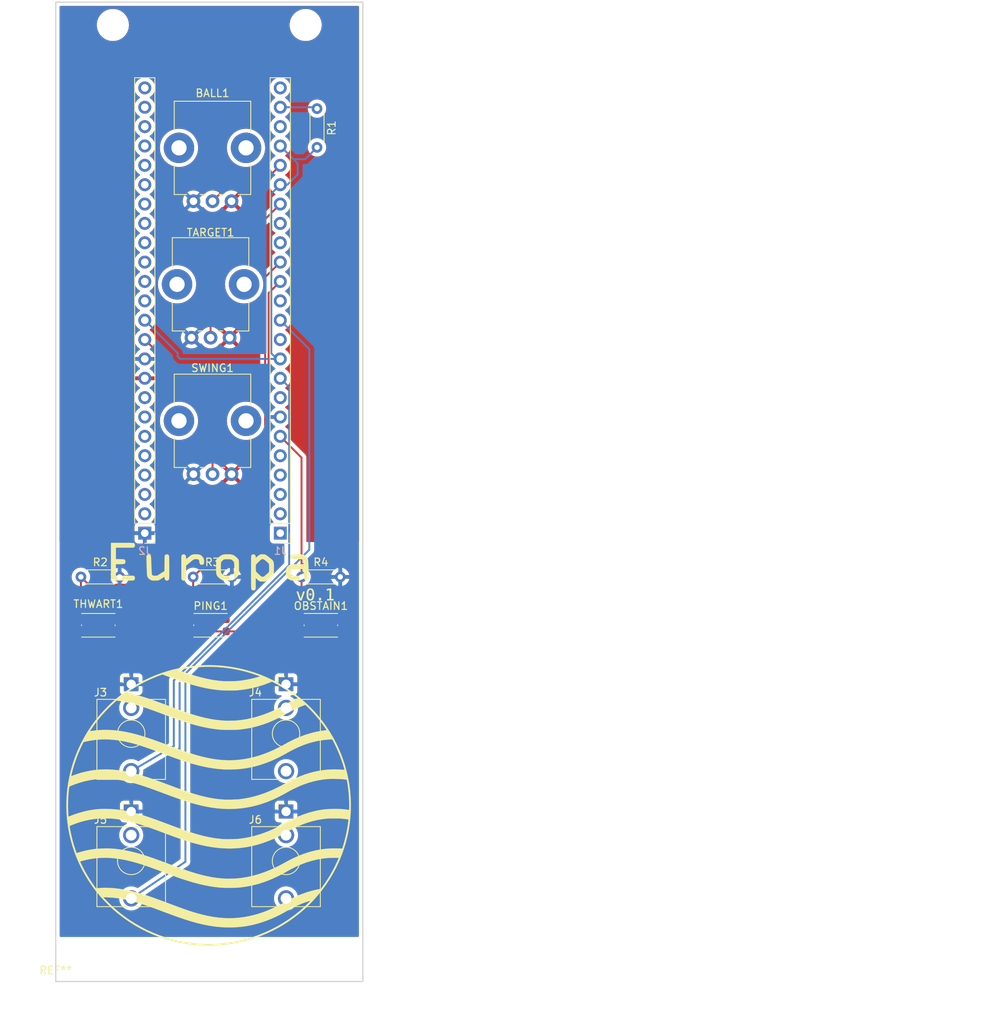
<source format=kicad_pcb>
(kicad_pcb (version 20210228) (generator pcbnew)
  (layers (0 "F.Cu" signal) (31 "B.Cu" signal) (34 "B.Paste" user) (35 "F.Paste" user) (36 "B.SilkS" user "B.Silkscreen") (37 "F.SilkS" user "F.Silkscreen") (38 "B.Mask" user) (39 "F.Mask" user) (44 "Edge.Cuts" user))
  (net 0 "")
  (net 1 "VREF")
  (net 2 "A2")
  (net 3 "A1")
  (net 4 "A0")
  (net 5 "/IOB_2A")
  (net 6 "/IOB_3B_G6")
  (net 7 "/IOB_13B")
  (net 8 "BUTTON3")
  (net 9 "BUTTON2")
  (net 10 "/IOB_31B")
  (net 11 "BUTTON1")
  (net 12 "/IOB_24A")
  (net 13 "/CLK_12M_EXT")
  (net 14 "GND")
  (net 15 "/IOB_25B_G3")
  (net 16 "/FLASH_MISO")
  (net 17 "/FLASH_MOSI")
  (net 18 "/FT_SCK")
  (net 19 "/FT_SSn")
  (net 20 "REF_CLK")
  (net 21 "/IOT_51A")
  (net 22 "/IOT_48B")
  (net 23 "/IOT_49A")
  (net 24 "/IOT_44B")
  (net 25 "/IOT_45A_G1")
  (net 26 "/IOT_42B")
  (net 27 "/IOT_46B_G0")
  (net 28 "/IOT_43A")
  (net 29 "/IOT_38B")
  (net 30 "/IOT_39A")
  (net 31 "/IOT_50B")
  (net 32 "/IOB_6A")
  (net 33 "+3V3")
  (net 34 "+5VD")
  (net 35 "/LED_B")
  (net 36 "/LED_G")
  (net 37 "/LED_R")
  (net 38 "/CDONE")
  (net 39 "/CRESET_N")
  (net 40 "/VIO_BANK_0_2")
  (net 41 "AU_IN1")
  (net 42 "AU_OUT1")
  (net 45 "/IOT_41A")
  (footprint "josh-buttons-switches:SW_Push_KMR2" (layer "F.Cu") (at 101.854 101.346)
    (fp_text reference "PING1" (at 0 -2.54) (layer "F.SilkS"))
    (fp_text value "KMR2")
    (pad "1" smd roundrect (at 2.05 -0.8) (size 0.9 1) (layers "F.Cu" "F.Paste" "F.Mask") (net 9 "BUTTON2"))
    (pad "1" smd roundrect (at -2.05 -0.8) (size 0.9 1) (layers "F.Cu" "F.Paste" "F.Mask") (net 9 "BUTTON2"))
    (pad "2" smd roundrect (at 2.05 0.8) (size 0.9 1) (layers "F.Cu" "F.Paste" "F.Mask") (net 33 "+3V3"))
    (pad "2" smd roundrect (at -2.05 0.8) (size 0.9 1) (layers "F.Cu" "F.Paste" "F.Mask") (net 33 "+3V3"))
  )
  (footprint "josh-buttons-switches:SW_Push_KMR2" (layer "F.Cu") (at 87.122 101.346)
    (fp_text reference "THWART1" (at 0 -2.794) (layer "F.SilkS"))
    (fp_text value "KMR2")
    (pad "1" smd roundrect (at 2.05 -0.8) (size 0.9 1) (layers "F.Cu" "F.Paste" "F.Mask") (net 11 "BUTTON1"))
    (pad "1" smd roundrect (at -2.05 -0.8) (size 0.9 1) (layers "F.Cu" "F.Paste" "F.Mask") (net 11 "BUTTON1"))
    (pad "2" smd roundrect (at 2.05 0.8) (size 0.9 1) (layers "F.Cu" "F.Paste" "F.Mask") (net 33 "+3V3"))
    (pad "2" smd roundrect (at -2.05 0.8) (size 0.9 1) (layers "F.Cu" "F.Paste" "F.Mask") (net 33 "+3V3"))
  )
  (footprint "Potentiometer_THT:Potentiometer_Alps_RK09K_Single_Vertical" (layer "F.Cu") (at 104.354 63.6106 90)
    (fp_text reference "TARGET1" (at 13.797 -2.5005 180) (layer "F.SilkS"))
    (fp_text value "5k")
    (pad "" np_thru_hole circle (at 7 -6.9 90) (size 4 4) (drill 2) (layers *.Cu *.Mask))
    (pad "" np_thru_hole circle (at 7 1.9 90) (size 4 4) (drill 2) (layers *.Cu *.Mask))
    (pad "1" thru_hole circle (at 0 0 90) (size 1.8 1.8) (drill 1) (layers *.Cu *.Mask) (net 33 "+3V3"))
    (pad "2" thru_hole circle (at 0 -2.5 90) (size 1.8 1.8) (drill 1) (layers *.Cu *.Mask) (net 3 "A1"))
    (pad "3" thru_hole circle (at 0 -5 90) (size 1.8 1.8) (drill 1) (layers *.Cu *.Mask) (net 14 "GND"))
  )
  (footprint "Connector_Audio:Jack_3.5mm_QingPu_WQP-PJ398SM_Vertical_CircularHoles" (layer "F.Cu") (at 111.76 109.0828)
    (fp_text reference "J4" (at -4.03 1.08 180) (layer "F.SilkS"))
    (fp_text value "AudioJack2_Ground")
    (pad "S" thru_hole rect (at 0 0 180) (size 1.93 1.83) (drill 1.22) (layers *.Cu *.Mask) (net 14 "GND"))
    (pad "T" thru_hole circle (at 0 11.4 180) (size 2.13 2.13) (drill 1.43) (layers *.Cu *.Mask))
    (pad "TN" thru_hole circle (at 0 3.1 180) (size 2.13 2.13) (drill 1.42) (layers *.Cu *.Mask))
  )
  (footprint "Potentiometer_THT:Potentiometer_Alps_RK09K_Single_Vertical" (layer "F.Cu") (at 104.608 81.5176 90)
    (fp_text reference "SWING1" (at 13.924 -2.5005 180) (layer "F.SilkS"))
    (fp_text value "5k")
    (pad "" np_thru_hole circle (at 7 1.9 90) (size 4 4) (drill 2) (layers *.Cu *.Mask))
    (pad "" np_thru_hole circle (at 7 -6.9 90) (size 4 4) (drill 2) (layers *.Cu *.Mask))
    (pad "1" thru_hole circle (at 0 0 90) (size 1.8 1.8) (drill 1) (layers *.Cu *.Mask) (net 33 "+3V3"))
    (pad "2" thru_hole circle (at 0 -2.5 90) (size 1.8 1.8) (drill 1) (layers *.Cu *.Mask) (net 2 "A2"))
    (pad "3" thru_hole circle (at 0 -5 90) (size 1.8 1.8) (drill 1) (layers *.Cu *.Mask) (net 14 "GND"))
  )
  (footprint "Potentiometer_THT:Potentiometer_Alps_RK09K_Single_Vertical" (layer "F.Cu") (at 104.608 45.7036 90)
    (fp_text reference "BALL1" (at 14.178 -2.5005 180) (layer "F.SilkS"))
    (fp_text value "5k")
    (pad "" np_thru_hole circle (at 7 1.9 90) (size 4 4) (drill 2) (layers *.Cu *.Mask))
    (pad "" np_thru_hole circle (at 7 -6.9 90) (size 4 4) (drill 2) (layers *.Cu *.Mask))
    (pad "1" thru_hole circle (at 0 0 90) (size 1.8 1.8) (drill 1) (layers *.Cu *.Mask) (net 33 "+3V3"))
    (pad "2" thru_hole circle (at 0 -2.5 90) (size 1.8 1.8) (drill 1) (layers *.Cu *.Mask) (net 4 "A0"))
    (pad "3" thru_hole circle (at 0 -5 90) (size 1.8 1.8) (drill 1) (layers *.Cu *.Mask) (net 14 "GND"))
  )
  (footprint "Connector_Audio:Jack_3.5mm_QingPu_WQP-PJ398SM_Vertical_CircularHoles" (layer "F.Cu") (at 111.76 125.7808)
    (fp_text reference "J6" (at -4.03 1.08 180) (layer "F.SilkS"))
    (fp_text value "AudioJack2_Ground")
    (pad "S" thru_hole rect (at 0 0 180) (size 1.93 1.83) (drill 1.22) (layers *.Cu *.Mask) (net 14 "GND"))
    (pad "T" thru_hole circle (at 0 11.4 180) (size 2.13 2.13) (drill 1.43) (layers *.Cu *.Mask))
    (pad "TN" thru_hole circle (at 0 3.1 180) (size 2.13 2.13) (drill 1.42) (layers *.Cu *.Mask))
  )
  (footprint "Resistor_THT:R_Axial_DIN0204_L3.6mm_D1.6mm_P5.08mm_Horizontal" (layer "F.Cu") (at 113.792 94.996)
    (fp_text reference "R4" (at 2.54 -1.92) (layer "F.SilkS"))
    (fp_text value "12k")
    (pad "1" thru_hole circle (at 0 0) (size 1.4 1.4) (drill 0.7) (layers *.Cu *.Mask) (net 8 "BUTTON3"))
    (pad "2" thru_hole oval (at 5.08 0) (size 1.4 1.4) (drill 0.7) (layers *.Cu *.Mask) (net 14 "GND"))
  )
  (footprint "Resistor_THT:R_Axial_DIN0204_L3.6mm_D1.6mm_P5.08mm_Horizontal" (layer "F.Cu") (at 115.824 33.5576 -90)
    (fp_text reference "R1" (at 2.54 -1.92 90) (layer "F.SilkS"))
    (fp_text value "1K")
    (pad "1" thru_hole circle (at 0 0 270) (size 1.4 1.4) (drill 0.7) (layers *.Cu *.Mask) (net 20 "REF_CLK"))
    (pad "2" thru_hole oval (at 5.08 0 270) (size 1.4 1.4) (drill 0.7) (layers *.Cu *.Mask) (net 1 "VREF"))
  )
  (footprint "Connector_Audio:Jack_3.5mm_QingPu_WQP-PJ398SM_Vertical_CircularHoles" (layer "F.Cu") (at 91.44 109.0828)
    (fp_text reference "J3" (at -4.03 1.08 180) (layer "F.SilkS"))
    (fp_text value "AudioJack2")
    (pad "S" thru_hole rect (at 0 0 180) (size 1.93 1.83) (drill 1.22) (layers *.Cu *.Mask) (net 14 "GND"))
    (pad "T" thru_hole circle (at 0 11.4 180) (size 2.13 2.13) (drill 1.43) (layers *.Cu *.Mask) (net 41 "AU_IN1"))
    (pad "TN" thru_hole circle (at 0 3.1 180) (size 2.13 2.13) (drill 1.42) (layers *.Cu *.Mask))
  )
  (footprint "Resistor_THT:R_Axial_DIN0204_L3.6mm_D1.6mm_P5.08mm_Horizontal" (layer "F.Cu") (at 99.568 94.996)
    (fp_text reference "R3" (at 2.54 -1.92) (layer "F.SilkS"))
    (fp_text value "12k")
    (pad "1" thru_hole circle (at 0 0) (size 1.4 1.4) (drill 0.7) (layers *.Cu *.Mask) (net 9 "BUTTON2"))
    (pad "2" thru_hole oval (at 5.08 0) (size 1.4 1.4) (drill 0.7) (layers *.Cu *.Mask) (net 14 "GND"))
  )
  (footprint "Resistor_THT:R_Axial_DIN0204_L3.6mm_D1.6mm_P5.08mm_Horizontal" (layer "F.Cu") (at 84.836 94.996)
    (fp_text reference "R2" (at 2.54 -1.92) (layer "F.SilkS"))
    (fp_text value "12k")
    (pad "1" thru_hole circle (at 0 0) (size 1.4 1.4) (drill 0.7) (layers *.Cu *.Mask) (net 11 "BUTTON1"))
    (pad "2" thru_hole oval (at 5.08 0) (size 1.4 1.4) (drill 0.7) (layers *.Cu *.Mask) (net 14 "GND"))
  )
  (footprint "Connector_PinHeader_2.54mm:PinHeader_1x24_P2.54mm_Vertical" (layer "F.Cu") (at 111 89.2556 180)
    (fp_text reference "J1" (at 0 -2.33) (layer "B.SilkS") (effects (justify mirror)))
    (fp_text value "Left")
    (pad "1" thru_hole rect (at 0 0 180) (size 1.7 1.7) (drill 1) (layers *.Cu *.Mask) (net 19 "/FT_SSn"))
    (pad "2" thru_hole oval (at 0 2.54 180) (size 1.7 1.7) (drill 1) (layers *.Cu *.Mask) (net 18 "/FT_SCK"))
    (pad "3" thru_hole oval (at 0 5.08 180) (size 1.7 1.7) (drill 1) (layers *.Cu *.Mask) (net 17 "/FLASH_MOSI"))
    (pad "4" thru_hole oval (at 0 7.62 180) (size 1.7 1.7) (drill 1) (layers *.Cu *.Mask) (net 16 "/FLASH_MISO"))
    (pad "5" thru_hole oval (at 0 10.16 180) (size 1.7 1.7) (drill 1) (layers *.Cu *.Mask) (net 15 "/IOB_25B_G3"))
    (pad "6" thru_hole oval (at 0 12.7 180) (size 1.7 1.7) (drill 1) (layers *.Cu *.Mask) (net 8 "BUTTON3"))
    (pad "7" thru_hole oval (at 0 15.24 180) (size 1.7 1.7) (drill 1) (layers *.Cu *.Mask) (net 14 "GND"))
    (pad "8" thru_hole oval (at 0 17.78 180) (size 1.7 1.7) (drill 1) (layers *.Cu *.Mask) (net 13 "/CLK_12M_EXT"))
    (pad "9" thru_hole oval (at 0 20.32 180) (size 1.7 1.7) (drill 1) (layers *.Cu *.Mask) (net 41 "AU_IN1"))
    (pad "10" thru_hole oval (at 0 22.86 180) (size 1.7 1.7) (drill 1) (layers *.Cu *.Mask) (net 1 "VREF"))
    (pad "11" thru_hole oval (at 0 25.4 180) (size 1.7 1.7) (drill 1) (layers *.Cu *.Mask) (net 12 "/IOB_24A"))
    (pad "12" thru_hole oval (at 0 27.94 180) (size 1.7 1.7) (drill 1) (layers *.Cu *.Mask) (net 42 "AU_OUT1"))
    (pad "13" thru_hole oval (at 0 30.48 180) (size 1.7 1.7) (drill 1) (layers *.Cu *.Mask) (net 10 "/IOB_31B"))
    (pad "14" thru_hole oval (at 0 33.02 180) (size 1.7 1.7) (drill 1) (layers *.Cu *.Mask) (net 9 "BUTTON2"))
    (pad "15" thru_hole oval (at 0 35.56 180) (size 1.7 1.7) (drill 1) (layers *.Cu *.Mask) (net 11 "BUTTON1"))
    (pad "16" thru_hole oval (at 0 38.1 180) (size 1.7 1.7) (drill 1) (layers *.Cu *.Mask) (net 7 "/IOB_13B"))
    (pad "17" thru_hole oval (at 0 40.64 180) (size 1.7 1.7) (drill 1) (layers *.Cu *.Mask) (net 6 "/IOB_3B_G6"))
    (pad "18" thru_hole oval (at 0 43.18 180) (size 1.7 1.7) (drill 1) (layers *.Cu *.Mask) (net 3 "A1"))
    (pad "19" thru_hole oval (at 0 45.72 180) (size 1.7 1.7) (drill 1) (layers *.Cu *.Mask) (net 1 "VREF"))
    (pad "20" thru_hole oval (at 0 48.26 180) (size 1.7 1.7) (drill 1) (layers *.Cu *.Mask) (net 4 "A0"))
    (pad "21" thru_hole oval (at 0 50.8 180) (size 1.7 1.7) (drill 1) (layers *.Cu *.Mask) (net 1 "VREF"))
    (pad "22" thru_hole oval (at 0 53.34 180) (size 1.7 1.7) (drill 1) (layers *.Cu *.Mask) (net 5 "/IOB_2A"))
    (pad "23" thru_hole oval (at 0 55.88 180) (size 1.7 1.7) (drill 1) (layers *.Cu *.Mask) (net 20 "REF_CLK"))
    (pad "24" thru_hole oval (at 0 58.42 180) (size 1.7 1.7) (drill 1) (layers *.Cu *.Mask) (net 32 "/IOB_6A"))
  )
  (footprint "Connector_Audio:Jack_3.5mm_QingPu_WQP-PJ398SM_Vertical_CircularHoles" (layer "F.Cu") (at 91.44 125.7808)
    (fp_text reference "J5" (at -4.03 1.08 180) (layer "F.SilkS"))
    (fp_text value "AudioJack2_Ground")
    (pad "S" thru_hole rect (at 0 0 180) (size 1.93 1.83) (drill 1.22) (layers *.Cu *.Mask) (net 14 "GND"))
    (pad "T" thru_hole circle (at 0 11.4 180) (size 2.13 2.13) (drill 1.43) (layers *.Cu *.Mask) (net 42 "AU_OUT1"))
    (pad "TN" thru_hole circle (at 0 3.1 180) (size 2.13 2.13) (drill 1.42) (layers *.Cu *.Mask))
  )
  (footprint "josh-buttons-switches:SW_Push_KMR2" (layer "F.Cu") (at 116.332 101.346)
    (fp_text reference "OBSTAIN1" (at 0 -2.54) (layer "F.SilkS"))
    (fp_text value "KMR2")
    (pad "1" smd roundrect (at -2.05 -0.8) (size 0.9 1) (layers "F.Cu" "F.Paste" "F.Mask") (net 8 "BUTTON3"))
    (pad "1" smd roundrect (at 2.05 -0.8) (size 0.9 1) (layers "F.Cu" "F.Paste" "F.Mask") (net 8 "BUTTON3"))
    (pad "2" smd roundrect (at 2.05 0.8) (size 0.9 1) (layers "F.Cu" "F.Paste" "F.Mask") (net 33 "+3V3"))
    (pad "2" smd roundrect (at -2.05 0.8) (size 0.9 1) (layers "F.Cu" "F.Paste" "F.Mask") (net 33 "+3V3"))
  )
  (footprint "Atlab:Europe_Graphics" (layer "F.Cu") (at 101.708678 153.416)
    (fp_text reference "Ref**" hide)
    (fp_text value "Val**" hide)
  )
  (footprint "Atlab:EuroRack-3U-8HP" (layer "F.Cu") (at 81.534 148.082)
    (fp_text reference "REF**" (at 0 -1.476 unlocked) (layer "F.SilkS"))
    (fp_text value "EuroRack-3U-8HP")
    (fp_rect (start 0 0) (end 40.3 -128.5) (layer "Edge.Cuts") (width 0.15) (fill none))
    (pad "" np_thru_hole circle (at 7.5 -125.5) (size 3.2 3.2) (drill 3.2) (layers F&B.Cu))
    (pad "" np_thru_hole circle (at 7.5 -3) (size 3.2 3.2) (drill 3.2) (layers F&B.Cu *.Mask))
    (pad "" np_thru_hole circle (at 32.8 -125.5) (size 3.2 3.2) (drill 3.2) (layers F&B.Cu *.Mask))
    (pad "" np_thru_hole circle (at 32.8 -3) (size 3.2 3.2) (drill 3.2) (layers F&B.Cu *.Mask))
  )
  (footprint "Connector_PinHeader_2.54mm:PinHeader_1x24_P2.54mm_Vertical" (layer "F.Cu") (at 93.22 89.2556 180)
    (fp_text reference "J2" (at 0 -2.33) (layer "B.SilkS") (effects (justify mirror)))
    (fp_text value "Right")
    (pad "1" thru_hole rect (at 0 0 180) (size 1.7 1.7) (drill 1) (layers *.Cu *.Mask) (net 14 "GND"))
    (pad "2" thru_hole oval (at 0 2.54 180) (size 1.7 1.7) (drill 1) (layers *.Cu *.Mask) (net 40 "/VIO_BANK_0_2"))
    (pad "3" thru_hole oval (at 0 5.08 180) (size 1.7 1.7) (drill 1) (layers *.Cu *.Mask) (net 39 "/CRESET_N"))
    (pad "4" thru_hole oval (at 0 7.62 180) (size 1.7 1.7) (drill 1) (layers *.Cu *.Mask) (net 38 "/CDONE"))
    (pad "5" thru_hole oval (at 0 10.16 180) (size 1.7 1.7) (drill 1) (layers *.Cu *.Mask) (net 37 "/LED_R"))
    (pad "6" thru_hole oval (at 0 12.7 180) (size 1.7 1.7) (drill 1) (layers *.Cu *.Mask) (net 36 "/LED_G"))
    (pad "7" thru_hole oval (at 0 15.24 180) (size 1.7 1.7) (drill 1) (layers *.Cu *.Mask) (net 35 "/LED_B"))
    (pad "8" thru_hole oval (at 0 17.78 180) (size 1.7 1.7) (drill 1) (layers *.Cu *.Mask) (net 34 "+5VD"))
    (pad "9" thru_hole oval (at 0 20.32 180) (size 1.7 1.7) (drill 1) (layers *.Cu *.Mask) (net 33 "+3V3"))
    (pad "10" thru_hole oval (at 0 22.86 180) (size 1.7 1.7) (drill 1) (layers *.Cu *.Mask) (net 14 "GND"))
    (pad "11" thru_hole oval (at 0 25.4 180) (size 1.7 1.7) (drill 1) (layers *.Cu *.Mask) (net 2 "A2"))
    (pad "12" thru_hole oval (at 0 27.94 180) (size 1.7 1.7) (drill 1) (layers *.Cu *.Mask) (net 1 "VREF"))
    (pad "13" thru_hole oval (at 0 30.48 180) (size 1.7 1.7) (drill 1) (layers *.Cu *.Mask) (net 30 "/IOT_39A"))
    (pad "14" thru_hole oval (at 0 33.02 180) (size 1.7 1.7) (drill 1) (layers *.Cu *.Mask) (net 29 "/IOT_38B"))
    (pad "15" thru_hole oval (at 0 35.56 180) (size 1.7 1.7) (drill 1) (layers *.Cu *.Mask) (net 28 "/IOT_43A"))
    (pad "16" thru_hole oval (at 0 38.1 180) (size 1.7 1.7) (drill 1) (layers *.Cu *.Mask) (net 27 "/IOT_46B_G0"))
    (pad "17" thru_hole oval (at 0 40.64 180) (size 1.7 1.7) (drill 1) (layers *.Cu *.Mask) (net 26 "/IOT_42B"))
    (pad "18" thru_hole oval (at 0 43.18 180) (size 1.7 1.7) (drill 1) (layers *.Cu *.Mask) (net 25 "/IOT_45A_G1"))
    (pad "19" thru_hole oval (at 0 45.72 180) (size 1.7 1.7) (drill 1) (layers *.Cu *.Mask) (net 24 "/IOT_44B"))
    (pad "20" thru_hole oval (at 0 48.26 180) (size 1.7 1.7) (drill 1) (layers *.Cu *.Mask) (net 23 "/IOT_49A"))
    (pad "21" thru_hole oval (at 0 50.8 180) (size 1.7 1.7) (drill 1) (layers *.Cu *.Mask) (net 22 "/IOT_48B"))
    (pad "22" thru_hole oval (at 0 53.34 180) (size 1.7 1.7) (drill 1) (layers *.Cu *.Mask) (net 21 "/IOT_51A"))
    (pad "23" thru_hole oval (at 0 55.88 180) (size 1.7 1.7) (drill 1) (layers *.Cu *.Mask) (net 31 "/IOT_50B"))
    (pad "24" thru_hole oval (at 0 58.42 180) (size 1.7 1.7) (drill 1) (layers *.Cu *.Mask) (net 45 "/IOT_41A"))
  )
  (segment (start 109.824989 65.658589) (end 110.562 66.3956) (width 0.25) (layer "B.Cu") (net 1))
  (segment (start 111.942 43.5356) (end 111 43.5356) (width 0.25) (layer "B.Cu") (net 1))
  (segment (start 97.536 65.6316) (end 93.22 61.3156) (width 0.25) (layer "B.Cu") (net 1))
  (segment (start 111 43.5356) (end 109.824989 44.710611) (width 0.25) (layer "B.Cu") (net 1))
  (segment (start 113.284 42.1936) (end 111.942 43.5356) (width 0.25) (layer "B.Cu") (net 1))
  (segment (start 97.862 66.3956) (end 97.536 66.0696) (width 0.25) (layer "B.Cu") (net 1))
  (segment (start 114.265 40.1966) (end 112.741 40.1966) (width 0.25) (layer "B.Cu") (net 1))
  (segment (start 97.536 66.0696) (end 97.536 65.6316) (width 0.25) (layer "B.Cu") (net 1))
  (segment (start 112.741 40.1966) (end 113.284 40.7396) (width 0.25) (layer "B.Cu") (net 1))
  (segment (start 109.824989 44.710611) (end 109.824989 65.658589) (width 0.25) (layer "B.Cu") (net 1))
  (segment (start 110.562 66.3956) (end 111 66.3956) (width 0.25) (layer "B.Cu") (net 1))
  (segment (start 111 66.3956) (end 97.862 66.3956) (width 0.25) (layer "B.Cu") (net 1))
  (segment (start 111 38.4556) (end 112.741 40.1966) (width 0.25) (layer "B.Cu") (net 1))
  (segment (start 113.284 40.7396) (end 113.284 42.1936) (width 0.25) (layer "B.Cu") (net 1))
  (segment (start 115.824 38.6376) (end 114.265 40.1966) (width 0.25) (layer "B.Cu") (net 1))
  (segment (start 102.108 81.5176) (end 102.108 72.7436) (width 0.25) (layer "F.Cu") (net 2))
  (segment (start 102.108 72.7436) (end 93.22 63.8556) (width 0.25) (layer "F.Cu") (net 2))
  (segment (start 101.854 63.6106) (end 101.854 55.2216) (width 0.25) (layer "F.Cu") (net 3))
  (segment (start 101.854 55.2216) (end 111 46.0756) (width 0.25) (layer "F.Cu") (net 3))
  (segment (start 105.11 42.7016) (end 109.294 42.7016) (width 0.25) (layer "F.Cu") (net 4))
  (segment (start 109.294 42.7016) (end 111 40.9956) (width 0.25) (layer "F.Cu") (net 4))
  (segment (start 102.108 45.7036) (end 105.11 42.7016) (width 0.25) (layer "F.Cu") (net 4))
  (segment (start 114.282 100.546) (end 118.382 100.546) (width 0.25) (layer "F.Cu") (net 8))
  (segment (start 113.792 79.3476) (end 111 76.5556) (width 0.25) (layer "F.Cu") (net 8))
  (segment (start 113.792 94.996) (end 113.792 100.056) (width 0.25) (layer "F.Cu") (net 8))
  (segment (start 113.792 100.056) (end 114.282 100.546) (width 0.25) (layer "F.Cu") (net 8))
  (segment (start 113.792 94.996) (end 113.792 79.3476) (width 0.25) (layer "F.Cu") (net 8))
  (segment (start 99.568 94.996) (end 109.466811 85.097189) (width 0.25) (layer "F.Cu") (net 9))
  (segment (start 109.466811 57.768789) (end 111 56.2356) (width 0.25) (layer "F.Cu") (net 9))
  (segment (start 109.466811 85.097189) (end 109.466811 57.768789) (width 0.25) (layer "F.Cu") (net 9))
  (segment (start 99.568 100.31) (end 99.804 100.546) (width 0.25) (layer "F.Cu") (net 9))
  (segment (start 99.568 94.996) (end 99.568 100.31) (width 0.25) (layer "F.Cu") (net 9))
  (segment (start 99.804 100.546) (end 103.904 100.546) (width 0.25) (layer "F.Cu") (net 9))
  (segment (start 84.836 94.996) (end 84.836 100.31) (width 0.25) (layer "F.Cu") (net 11))
  (segment (start 109.0168 83.0072) (end 109.0168 55.6788) (width 0.25) (layer "F.Cu") (net 11))
  (segment (start 96.002989 96.021011) (end 109.0168 83.0072) (width 0.25) (layer "F.Cu") (net 11))
  (segment (start 109.0168 55.6788) (end 111 53.6956) (width 0.25) (layer "F.Cu") (net 11))
  (segment (start 84.836 94.996) (end 85.861011 96.021011) (width 0.25) (layer "F.Cu") (net 11))
  (segment (start 85.072 100.546) (end 89.172 100.546) (width 0.25) (layer "F.Cu") (net 11))
  (segment (start 84.836 100.31) (end 85.072 100.546) (width 0.25) (layer "F.Cu") (net 11))
  (segment (start 85.861011 96.021011) (end 96.002989 96.021011) (width 0.25) (layer "F.Cu") (net 11))
  (segment (start 111 33.3756) (end 115.642 33.3756) (width 0.25) (layer "B.Cu") (net 20))
  (segment (start 115.642 33.3756) (end 115.824 33.5576) (width 0.25) (layer "B.Cu") (net 20))
  (segment (start 83.312 100.386) (end 83.312 88.9) (width 0.25) (layer "F.Cu") (net 33))
  (segment (start 85.072 102.146) (end 83.312 100.386) (width 0.25) (layer "F.Cu") (net 33))
  (segment (start 85.072 102.146) (end 89.172 102.146) (width 0.25) (layer "F.Cu") (net 33))
  (segment (start 85.072 102.146) (end 118.382 102.146) (width 0.25) (layer "F.Cu") (net 33))
  (segment (start 97.028 108.583576) (end 112.175011 93.436565) (width 0.25) (layer "B.Cu") (net 41))
  (segment (start 97.028 117.192) (end 97.028 108.583576) (width 0.25) (layer "B.Cu") (net 41))
  (segment (start 112.175011 70.110611) (end 111 68.9356) (width 0.25) (layer "B.Cu") (net 41))
  (segment (start 112.175011 93.436565) (end 112.175011 70.110611) (width 0.25) (layer "B.Cu") (net 41))
  (segment (start 91.44 120.4828) (end 97.028 117.192) (width 0.25) (layer "B.Cu") (net 41))
  (segment (start 98.552 132.366) (end 98.552 107.696) (width 0.25) (layer "B.Cu") (net 42))
  (segment (start 114.817011 65.132611) (end 111.318212 61.633812) (width 0.25) (layer "B.Cu") (net 42))
  (segment (start 98.552 107.696) (end 114.817011 91.430989) (width 0.25) (layer "B.Cu") (net 42))
  (segment (start 91.44 137.1808) (end 98.552 132.366) (width 0.25) (layer "B.Cu") (net 42))
  (segment (start 114.817011 91.430989) (end 114.817011 65.132611) (width 0.25) (layer "B.Cu") (net 42))
  (zone (net 33) (net_name "+3V3") (layer "F.Cu") (connect_pads (clearance 0.508)) (min_thickness 0.254) (fill yes (thermal_gap 0.508) (thermal_bridge_width 0.508))
    (polygon (pts (xy 121.92 90.424) (xy 81.788 90.424) (xy 81.788 19.304) (xy 121.92 19.304)))
  )
  (zone (net 14) (net_name "GND") (layer "B.Cu") (connect_pads (clearance 0.508)) (min_thickness 0.254) (fill yes (thermal_gap 0.508) (thermal_bridge_width 0.508))
    (polygon (pts (xy 121.92 142.24) (xy 81.788 142.24) (xy 81.788 19.304) (xy 121.92 19.304)))
  )
)
</source>
